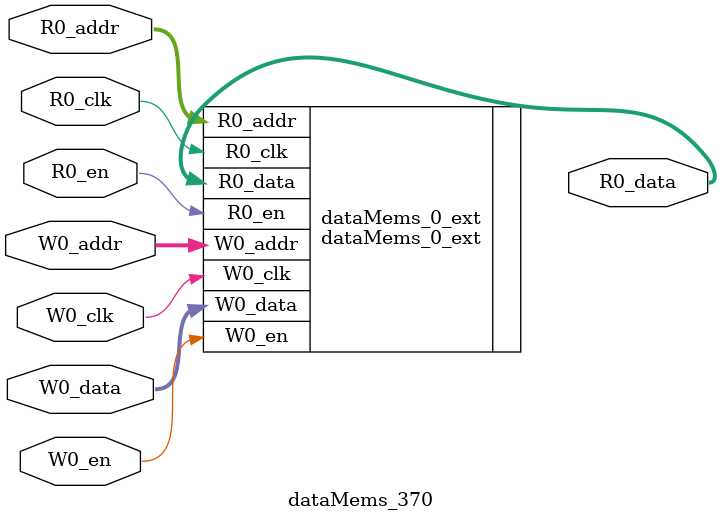
<source format=sv>
`ifndef RANDOMIZE
  `ifdef RANDOMIZE_REG_INIT
    `define RANDOMIZE
  `endif // RANDOMIZE_REG_INIT
`endif // not def RANDOMIZE
`ifndef RANDOMIZE
  `ifdef RANDOMIZE_MEM_INIT
    `define RANDOMIZE
  `endif // RANDOMIZE_MEM_INIT
`endif // not def RANDOMIZE

`ifndef RANDOM
  `define RANDOM $random
`endif // not def RANDOM

// Users can define 'PRINTF_COND' to add an extra gate to prints.
`ifndef PRINTF_COND_
  `ifdef PRINTF_COND
    `define PRINTF_COND_ (`PRINTF_COND)
  `else  // PRINTF_COND
    `define PRINTF_COND_ 1
  `endif // PRINTF_COND
`endif // not def PRINTF_COND_

// Users can define 'ASSERT_VERBOSE_COND' to add an extra gate to assert error printing.
`ifndef ASSERT_VERBOSE_COND_
  `ifdef ASSERT_VERBOSE_COND
    `define ASSERT_VERBOSE_COND_ (`ASSERT_VERBOSE_COND)
  `else  // ASSERT_VERBOSE_COND
    `define ASSERT_VERBOSE_COND_ 1
  `endif // ASSERT_VERBOSE_COND
`endif // not def ASSERT_VERBOSE_COND_

// Users can define 'STOP_COND' to add an extra gate to stop conditions.
`ifndef STOP_COND_
  `ifdef STOP_COND
    `define STOP_COND_ (`STOP_COND)
  `else  // STOP_COND
    `define STOP_COND_ 1
  `endif // STOP_COND
`endif // not def STOP_COND_

// Users can define INIT_RANDOM as general code that gets injected into the
// initializer block for modules with registers.
`ifndef INIT_RANDOM
  `define INIT_RANDOM
`endif // not def INIT_RANDOM

// If using random initialization, you can also define RANDOMIZE_DELAY to
// customize the delay used, otherwise 0.002 is used.
`ifndef RANDOMIZE_DELAY
  `define RANDOMIZE_DELAY 0.002
`endif // not def RANDOMIZE_DELAY

// Define INIT_RANDOM_PROLOG_ for use in our modules below.
`ifndef INIT_RANDOM_PROLOG_
  `ifdef RANDOMIZE
    `ifdef VERILATOR
      `define INIT_RANDOM_PROLOG_ `INIT_RANDOM
    `else  // VERILATOR
      `define INIT_RANDOM_PROLOG_ `INIT_RANDOM #`RANDOMIZE_DELAY begin end
    `endif // VERILATOR
  `else  // RANDOMIZE
    `define INIT_RANDOM_PROLOG_
  `endif // RANDOMIZE
`endif // not def INIT_RANDOM_PROLOG_

// Include register initializers in init blocks unless synthesis is set
`ifndef SYNTHESIS
  `ifndef ENABLE_INITIAL_REG_
    `define ENABLE_INITIAL_REG_
  `endif // not def ENABLE_INITIAL_REG_
`endif // not def SYNTHESIS

// Include rmemory initializers in init blocks unless synthesis is set
`ifndef SYNTHESIS
  `ifndef ENABLE_INITIAL_MEM_
    `define ENABLE_INITIAL_MEM_
  `endif // not def ENABLE_INITIAL_MEM_
`endif // not def SYNTHESIS

module dataMems_370(	// @[generators/ara/src/main/scala/UnsafeAXI4ToTL.scala:365:62]
  input  [4:0]  R0_addr,
  input         R0_en,
  input         R0_clk,
  output [66:0] R0_data,
  input  [4:0]  W0_addr,
  input         W0_en,
  input         W0_clk,
  input  [66:0] W0_data
);

  dataMems_0_ext dataMems_0_ext (	// @[generators/ara/src/main/scala/UnsafeAXI4ToTL.scala:365:62]
    .R0_addr (R0_addr),
    .R0_en   (R0_en),
    .R0_clk  (R0_clk),
    .R0_data (R0_data),
    .W0_addr (W0_addr),
    .W0_en   (W0_en),
    .W0_clk  (W0_clk),
    .W0_data (W0_data)
  );
endmodule


</source>
